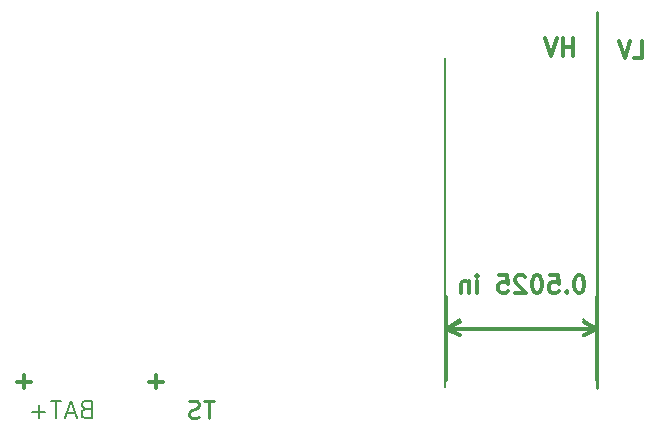
<source format=gbr>
G04 #@! TF.FileFunction,Legend,Bot*
%FSLAX46Y46*%
G04 Gerber Fmt 4.6, Leading zero omitted, Abs format (unit mm)*
G04 Created by KiCad (PCBNEW 4.0.7-e2-6376~58~ubuntu16.04.1) date Mon Apr 30 20:59:08 2018*
%MOMM*%
%LPD*%
G01*
G04 APERTURE LIST*
%ADD10C,0.100000*%
%ADD11C,0.300000*%
%ADD12C,0.250000*%
%ADD13C,0.200000*%
%ADD14C,0.292100*%
G04 APERTURE END LIST*
D10*
D11*
X124396428Y-105517143D02*
X123253571Y-105517143D01*
X123825000Y-106088571D02*
X123825000Y-104945714D01*
X135572428Y-105517143D02*
X134429571Y-105517143D01*
X135001000Y-106088571D02*
X135001000Y-104945714D01*
D12*
X139890357Y-107128571D02*
X139033214Y-107128571D01*
X139461785Y-108628571D02*
X139461785Y-107128571D01*
X138604643Y-108557143D02*
X138390357Y-108628571D01*
X138033214Y-108628571D01*
X137890357Y-108557143D01*
X137818928Y-108485714D01*
X137747500Y-108342857D01*
X137747500Y-108200000D01*
X137818928Y-108057143D01*
X137890357Y-107985714D01*
X138033214Y-107914286D01*
X138318928Y-107842857D01*
X138461786Y-107771429D01*
X138533214Y-107700000D01*
X138604643Y-107557143D01*
X138604643Y-107414286D01*
X138533214Y-107271429D01*
X138461786Y-107200000D01*
X138318928Y-107128571D01*
X137961786Y-107128571D01*
X137747500Y-107200000D01*
D13*
X129035714Y-107842857D02*
X128821428Y-107914286D01*
X128750000Y-107985714D01*
X128678571Y-108128571D01*
X128678571Y-108342857D01*
X128750000Y-108485714D01*
X128821428Y-108557143D01*
X128964286Y-108628571D01*
X129535714Y-108628571D01*
X129535714Y-107128571D01*
X129035714Y-107128571D01*
X128892857Y-107200000D01*
X128821428Y-107271429D01*
X128750000Y-107414286D01*
X128750000Y-107557143D01*
X128821428Y-107700000D01*
X128892857Y-107771429D01*
X129035714Y-107842857D01*
X129535714Y-107842857D01*
X128107143Y-108200000D02*
X127392857Y-108200000D01*
X128250000Y-108628571D02*
X127750000Y-107128571D01*
X127250000Y-108628571D01*
X126964286Y-107128571D02*
X126107143Y-107128571D01*
X126535714Y-108628571D02*
X126535714Y-107128571D01*
X125607143Y-108057143D02*
X124464286Y-108057143D01*
X125035715Y-108628571D02*
X125035715Y-107485714D01*
D11*
X170881856Y-96524071D02*
X170738999Y-96524071D01*
X170596142Y-96595500D01*
X170524713Y-96666929D01*
X170453284Y-96809786D01*
X170381856Y-97095500D01*
X170381856Y-97452643D01*
X170453284Y-97738357D01*
X170524713Y-97881214D01*
X170596142Y-97952643D01*
X170738999Y-98024071D01*
X170881856Y-98024071D01*
X171024713Y-97952643D01*
X171096142Y-97881214D01*
X171167570Y-97738357D01*
X171238999Y-97452643D01*
X171238999Y-97095500D01*
X171167570Y-96809786D01*
X171096142Y-96666929D01*
X171024713Y-96595500D01*
X170881856Y-96524071D01*
X169738999Y-97881214D02*
X169667571Y-97952643D01*
X169738999Y-98024071D01*
X169810428Y-97952643D01*
X169738999Y-97881214D01*
X169738999Y-98024071D01*
X168310427Y-96524071D02*
X169024713Y-96524071D01*
X169096142Y-97238357D01*
X169024713Y-97166929D01*
X168881856Y-97095500D01*
X168524713Y-97095500D01*
X168381856Y-97166929D01*
X168310427Y-97238357D01*
X168238999Y-97381214D01*
X168238999Y-97738357D01*
X168310427Y-97881214D01*
X168381856Y-97952643D01*
X168524713Y-98024071D01*
X168881856Y-98024071D01*
X169024713Y-97952643D01*
X169096142Y-97881214D01*
X167310428Y-96524071D02*
X167167571Y-96524071D01*
X167024714Y-96595500D01*
X166953285Y-96666929D01*
X166881856Y-96809786D01*
X166810428Y-97095500D01*
X166810428Y-97452643D01*
X166881856Y-97738357D01*
X166953285Y-97881214D01*
X167024714Y-97952643D01*
X167167571Y-98024071D01*
X167310428Y-98024071D01*
X167453285Y-97952643D01*
X167524714Y-97881214D01*
X167596142Y-97738357D01*
X167667571Y-97452643D01*
X167667571Y-97095500D01*
X167596142Y-96809786D01*
X167524714Y-96666929D01*
X167453285Y-96595500D01*
X167310428Y-96524071D01*
X166239000Y-96666929D02*
X166167571Y-96595500D01*
X166024714Y-96524071D01*
X165667571Y-96524071D01*
X165524714Y-96595500D01*
X165453285Y-96666929D01*
X165381857Y-96809786D01*
X165381857Y-96952643D01*
X165453285Y-97166929D01*
X166310428Y-98024071D01*
X165381857Y-98024071D01*
X164024714Y-96524071D02*
X164739000Y-96524071D01*
X164810429Y-97238357D01*
X164739000Y-97166929D01*
X164596143Y-97095500D01*
X164239000Y-97095500D01*
X164096143Y-97166929D01*
X164024714Y-97238357D01*
X163953286Y-97381214D01*
X163953286Y-97738357D01*
X164024714Y-97881214D01*
X164096143Y-97952643D01*
X164239000Y-98024071D01*
X164596143Y-98024071D01*
X164739000Y-97952643D01*
X164810429Y-97881214D01*
X162167572Y-98024071D02*
X162167572Y-97024071D01*
X162167572Y-96524071D02*
X162239001Y-96595500D01*
X162167572Y-96666929D01*
X162096144Y-96595500D01*
X162167572Y-96524071D01*
X162167572Y-96666929D01*
X161453286Y-97024071D02*
X161453286Y-98024071D01*
X161453286Y-97166929D02*
X161381858Y-97095500D01*
X161239000Y-97024071D01*
X161024715Y-97024071D01*
X160881858Y-97095500D01*
X160810429Y-97238357D01*
X160810429Y-98024071D01*
X172339000Y-101028501D02*
X159575500Y-101028501D01*
X172339000Y-105410000D02*
X172339000Y-98328501D01*
X159575500Y-105410000D02*
X159575500Y-98328501D01*
X159575500Y-101028501D02*
X160702004Y-100442080D01*
X159575500Y-101028501D02*
X160702004Y-101614922D01*
X172339000Y-101028501D02*
X171212496Y-100442080D01*
X172339000Y-101028501D02*
X171212496Y-101614922D01*
X175438571Y-78148571D02*
X176152857Y-78148571D01*
X176152857Y-76648571D01*
X175152857Y-76648571D02*
X174652857Y-78148571D01*
X174152857Y-76648571D01*
X170286228Y-77970771D02*
X170286228Y-76470771D01*
X170286228Y-77185057D02*
X169429085Y-77185057D01*
X169429085Y-77970771D02*
X169429085Y-76470771D01*
X168929085Y-76470771D02*
X168429085Y-77970771D01*
X167929085Y-76470771D01*
D13*
X159450000Y-78150000D02*
X159450000Y-105950000D01*
X159600000Y-101000000D02*
X160750000Y-101700000D01*
X159550000Y-101000000D02*
X160750000Y-100250000D01*
X172150000Y-101050000D02*
X171100000Y-101650000D01*
X172150000Y-101050000D02*
X171100000Y-100250000D01*
X159600000Y-101000000D02*
X172150000Y-101050000D01*
D14*
X172313600Y-74193400D02*
X172300000Y-106050000D01*
M02*

</source>
